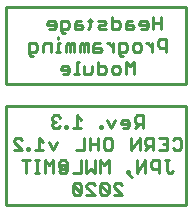
<source format=gbo>
G75*
%MOIN*%
%OFA0B0*%
%FSLAX25Y25*%
%IPPOS*%
%LPD*%
%AMOC8*
5,1,8,0,0,1.08239X$1,22.5*
%
%ADD10C,0.00900*%
%ADD11C,0.00984*%
D10*
X0087482Y0160515D02*
X0090218Y0160515D01*
X0087482Y0163251D01*
X0087482Y0163935D01*
X0088166Y0164618D01*
X0089534Y0164618D01*
X0090218Y0163935D01*
X0091836Y0161199D02*
X0091836Y0160515D01*
X0092520Y0160515D01*
X0092520Y0161199D01*
X0091836Y0161199D01*
X0094388Y0160515D02*
X0097124Y0160515D01*
X0095756Y0160515D02*
X0095756Y0164618D01*
X0097124Y0163251D01*
X0098992Y0163251D02*
X0100360Y0160515D01*
X0101728Y0163251D01*
X0100577Y0157118D02*
X0099209Y0155751D01*
X0097841Y0157118D01*
X0097841Y0153015D01*
X0095973Y0153015D02*
X0094605Y0153015D01*
X0095289Y0153015D02*
X0095289Y0157118D01*
X0095973Y0157118D02*
X0094605Y0157118D01*
X0092904Y0157118D02*
X0090168Y0157118D01*
X0091536Y0157118D02*
X0091536Y0153015D01*
X0100577Y0153015D02*
X0100577Y0157118D01*
X0102445Y0156435D02*
X0102445Y0155067D01*
X0103129Y0154383D01*
X0103129Y0155751D01*
X0104497Y0155751D01*
X0104497Y0154383D01*
X0103129Y0154383D01*
X0102445Y0153699D02*
X0103129Y0153015D01*
X0104497Y0153015D01*
X0105181Y0153699D01*
X0105181Y0156435D01*
X0104497Y0157118D01*
X0103129Y0157118D01*
X0102445Y0156435D01*
X0107049Y0153015D02*
X0109785Y0153015D01*
X0109785Y0157118D01*
X0111653Y0157118D02*
X0111653Y0153015D01*
X0113021Y0154383D01*
X0114389Y0153015D01*
X0114389Y0157118D01*
X0116257Y0157118D02*
X0116257Y0153015D01*
X0118993Y0153015D02*
X0118993Y0157118D01*
X0117625Y0155751D01*
X0116257Y0157118D01*
X0115540Y0160515D02*
X0115540Y0164618D01*
X0117408Y0163935D02*
X0118092Y0164618D01*
X0119460Y0164618D01*
X0120144Y0163935D01*
X0120144Y0161199D01*
X0119460Y0160515D01*
X0118092Y0160515D01*
X0117408Y0161199D01*
X0117408Y0163935D01*
X0115540Y0162567D02*
X0112804Y0162567D01*
X0112804Y0164618D02*
X0112804Y0160515D01*
X0110936Y0160515D02*
X0108200Y0160515D01*
X0110936Y0160515D02*
X0110936Y0164618D01*
X0109785Y0168015D02*
X0107049Y0168015D01*
X0108417Y0168015D02*
X0108417Y0172118D01*
X0109785Y0170751D01*
X0105181Y0168699D02*
X0104497Y0168699D01*
X0104497Y0168015D01*
X0105181Y0168015D01*
X0105181Y0168699D01*
X0102879Y0168699D02*
X0102195Y0168015D01*
X0100827Y0168015D01*
X0100143Y0168699D01*
X0100143Y0169383D01*
X0100827Y0170067D01*
X0101511Y0170067D01*
X0100827Y0170067D02*
X0100143Y0170751D01*
X0100143Y0171435D01*
X0100827Y0172118D01*
X0102195Y0172118D01*
X0102879Y0171435D01*
X0103896Y0185889D02*
X0105264Y0185889D01*
X0105948Y0186573D01*
X0105948Y0187941D01*
X0105264Y0188625D01*
X0103896Y0188625D01*
X0103212Y0187941D01*
X0103212Y0187257D01*
X0105948Y0187257D01*
X0107650Y0185889D02*
X0109017Y0185889D01*
X0108333Y0185889D02*
X0108333Y0189992D01*
X0109017Y0189992D01*
X0110886Y0188625D02*
X0110886Y0185889D01*
X0112937Y0185889D01*
X0113621Y0186573D01*
X0113621Y0188625D01*
X0115490Y0188625D02*
X0117541Y0188625D01*
X0118225Y0187941D01*
X0118225Y0186573D01*
X0117541Y0185889D01*
X0115490Y0185889D01*
X0115490Y0189992D01*
X0116007Y0193389D02*
X0113955Y0193389D01*
X0113955Y0195441D01*
X0114639Y0196125D01*
X0116007Y0196125D01*
X0116007Y0194757D02*
X0113955Y0194757D01*
X0116007Y0194757D02*
X0116691Y0194073D01*
X0116007Y0193389D01*
X0118475Y0196125D02*
X0119159Y0196125D01*
X0120527Y0194757D01*
X0120527Y0193389D02*
X0120527Y0196125D01*
X0122395Y0196125D02*
X0122395Y0192705D01*
X0123079Y0192021D01*
X0123763Y0192021D01*
X0124447Y0193389D02*
X0122395Y0193389D01*
X0124447Y0193389D02*
X0125131Y0194073D01*
X0125131Y0195441D01*
X0124447Y0196125D01*
X0122395Y0196125D01*
X0122145Y0200889D02*
X0120093Y0200889D01*
X0120093Y0204992D01*
X0120093Y0203625D02*
X0122145Y0203625D01*
X0122829Y0202941D01*
X0122829Y0201573D01*
X0122145Y0200889D01*
X0124697Y0200889D02*
X0124697Y0202941D01*
X0125381Y0203625D01*
X0126749Y0203625D01*
X0126749Y0202257D02*
X0124697Y0202257D01*
X0124697Y0200889D02*
X0126749Y0200889D01*
X0127433Y0201573D01*
X0126749Y0202257D01*
X0129301Y0202257D02*
X0132037Y0202257D01*
X0132037Y0202941D02*
X0131353Y0203625D01*
X0129985Y0203625D01*
X0129301Y0202941D01*
X0129301Y0202257D01*
X0129985Y0200889D02*
X0131353Y0200889D01*
X0132037Y0201573D01*
X0132037Y0202941D01*
X0133905Y0202941D02*
X0136641Y0202941D01*
X0136641Y0204992D02*
X0136641Y0200889D01*
X0133905Y0200889D02*
X0133905Y0204992D01*
X0136124Y0197492D02*
X0135440Y0196809D01*
X0135440Y0195441D01*
X0136124Y0194757D01*
X0138176Y0194757D01*
X0138176Y0193389D02*
X0138176Y0197492D01*
X0136124Y0197492D01*
X0133572Y0196125D02*
X0133572Y0193389D01*
X0133572Y0194757D02*
X0132204Y0196125D01*
X0131520Y0196125D01*
X0129735Y0195441D02*
X0129735Y0194073D01*
X0129051Y0193389D01*
X0127683Y0193389D01*
X0126999Y0194073D01*
X0126999Y0195441D01*
X0127683Y0196125D01*
X0129051Y0196125D01*
X0129735Y0195441D01*
X0127433Y0189992D02*
X0126065Y0188625D01*
X0124697Y0189992D01*
X0124697Y0185889D01*
X0122829Y0186573D02*
X0122145Y0185889D01*
X0120777Y0185889D01*
X0120093Y0186573D01*
X0120093Y0187941D01*
X0120777Y0188625D01*
X0122145Y0188625D01*
X0122829Y0187941D01*
X0122829Y0186573D01*
X0127433Y0185889D02*
X0127433Y0189992D01*
X0118225Y0200889D02*
X0116173Y0200889D01*
X0115490Y0201573D01*
X0116173Y0202257D01*
X0117541Y0202257D01*
X0118225Y0202941D01*
X0117541Y0203625D01*
X0115490Y0203625D01*
X0113621Y0203625D02*
X0112253Y0203625D01*
X0112937Y0204309D02*
X0112937Y0201573D01*
X0112253Y0200889D01*
X0110552Y0201573D02*
X0109868Y0202257D01*
X0107816Y0202257D01*
X0107816Y0202941D02*
X0107816Y0200889D01*
X0109868Y0200889D01*
X0110552Y0201573D01*
X0109868Y0203625D02*
X0108500Y0203625D01*
X0107816Y0202941D01*
X0105948Y0202941D02*
X0105948Y0201573D01*
X0105264Y0200889D01*
X0103212Y0200889D01*
X0103212Y0200205D02*
X0103212Y0203625D01*
X0105264Y0203625D01*
X0105948Y0202941D01*
X0104580Y0199521D02*
X0103896Y0199521D01*
X0103212Y0200205D01*
X0102195Y0198176D02*
X0102195Y0197492D01*
X0102195Y0196125D02*
X0102195Y0193389D01*
X0102879Y0193389D02*
X0101511Y0193389D01*
X0099810Y0193389D02*
X0099810Y0196125D01*
X0097758Y0196125D01*
X0097074Y0195441D01*
X0097074Y0193389D01*
X0095206Y0194073D02*
X0094522Y0193389D01*
X0092470Y0193389D01*
X0092470Y0192705D02*
X0092470Y0196125D01*
X0094522Y0196125D01*
X0095206Y0195441D01*
X0095206Y0194073D01*
X0093838Y0192021D02*
X0093154Y0192021D01*
X0092470Y0192705D01*
X0099292Y0200889D02*
X0100660Y0200889D01*
X0101344Y0201573D01*
X0101344Y0202941D01*
X0100660Y0203625D01*
X0099292Y0203625D01*
X0098609Y0202941D01*
X0098609Y0202257D01*
X0101344Y0202257D01*
X0102195Y0196125D02*
X0102879Y0196125D01*
X0104747Y0195441D02*
X0104747Y0193389D01*
X0106115Y0193389D02*
X0106115Y0195441D01*
X0105431Y0196125D01*
X0104747Y0195441D01*
X0106115Y0195441D02*
X0106799Y0196125D01*
X0107483Y0196125D01*
X0107483Y0193389D01*
X0109351Y0193389D02*
X0109351Y0195441D01*
X0110035Y0196125D01*
X0110719Y0195441D01*
X0110719Y0193389D01*
X0112087Y0193389D02*
X0112087Y0196125D01*
X0111403Y0196125D01*
X0110719Y0195441D01*
X0118559Y0170751D02*
X0119927Y0168015D01*
X0121295Y0170751D01*
X0123163Y0170067D02*
X0123163Y0169383D01*
X0125898Y0169383D01*
X0125898Y0170067D02*
X0125215Y0170751D01*
X0123847Y0170751D01*
X0123163Y0170067D01*
X0123847Y0168015D02*
X0125215Y0168015D01*
X0125898Y0168699D01*
X0125898Y0170067D01*
X0127767Y0170067D02*
X0128451Y0169383D01*
X0130502Y0169383D01*
X0129135Y0169383D02*
X0127767Y0168015D01*
X0127767Y0170067D02*
X0127767Y0171435D01*
X0128451Y0172118D01*
X0130502Y0172118D01*
X0130502Y0168015D01*
X0129351Y0164618D02*
X0126616Y0160515D01*
X0126616Y0164618D01*
X0129351Y0164618D02*
X0129351Y0160515D01*
X0131220Y0160515D02*
X0132587Y0161883D01*
X0131904Y0161883D02*
X0133955Y0161883D01*
X0133955Y0160515D02*
X0133955Y0164618D01*
X0131904Y0164618D01*
X0131220Y0163935D01*
X0131220Y0162567D01*
X0131904Y0161883D01*
X0135824Y0160515D02*
X0138559Y0160515D01*
X0138559Y0164618D01*
X0135824Y0164618D01*
X0137191Y0162567D02*
X0138559Y0162567D01*
X0140427Y0163935D02*
X0141111Y0164618D01*
X0142479Y0164618D01*
X0143163Y0163935D01*
X0143163Y0161199D01*
X0142479Y0160515D01*
X0141111Y0160515D01*
X0140427Y0161199D01*
X0139110Y0157118D02*
X0137742Y0157118D01*
X0138426Y0157118D02*
X0138426Y0153699D01*
X0139110Y0153015D01*
X0139794Y0153015D01*
X0140478Y0153699D01*
X0135874Y0154383D02*
X0133822Y0154383D01*
X0133138Y0155067D01*
X0133138Y0156435D01*
X0133822Y0157118D01*
X0135874Y0157118D01*
X0135874Y0153015D01*
X0131270Y0153015D02*
X0131270Y0157118D01*
X0128534Y0153015D01*
X0128534Y0157118D01*
X0125982Y0153699D02*
X0125982Y0153015D01*
X0125298Y0153015D01*
X0125298Y0153699D01*
X0125982Y0153699D01*
X0125298Y0153015D02*
X0126666Y0151647D01*
X0123596Y0148935D02*
X0122913Y0149618D01*
X0121545Y0149618D01*
X0120861Y0148935D01*
X0120861Y0148251D01*
X0123596Y0145515D01*
X0120861Y0145515D01*
X0118993Y0146199D02*
X0118993Y0148935D01*
X0118309Y0149618D01*
X0116941Y0149618D01*
X0116257Y0148935D01*
X0118993Y0146199D01*
X0118309Y0145515D01*
X0116941Y0145515D01*
X0116257Y0146199D01*
X0116257Y0148935D01*
X0114389Y0148935D02*
X0113705Y0149618D01*
X0112337Y0149618D01*
X0111653Y0148935D01*
X0111653Y0148251D01*
X0114389Y0145515D01*
X0111653Y0145515D01*
X0109785Y0146199D02*
X0109785Y0148935D01*
X0109101Y0149618D01*
X0107733Y0149618D01*
X0107049Y0148935D01*
X0109785Y0146199D01*
X0109101Y0145515D01*
X0107733Y0145515D01*
X0107049Y0146199D01*
X0107049Y0148935D01*
X0116007Y0168015D02*
X0116691Y0168015D01*
X0116691Y0168699D01*
X0116007Y0168699D01*
X0116007Y0168015D01*
D11*
X0144839Y0142112D02*
X0084839Y0142112D01*
X0084839Y0175252D01*
X0144839Y0175252D01*
X0144839Y0142112D01*
X0144839Y0182486D02*
X0084839Y0182486D01*
X0084839Y0208392D01*
X0144839Y0208392D01*
X0144839Y0182486D01*
M02*

</source>
